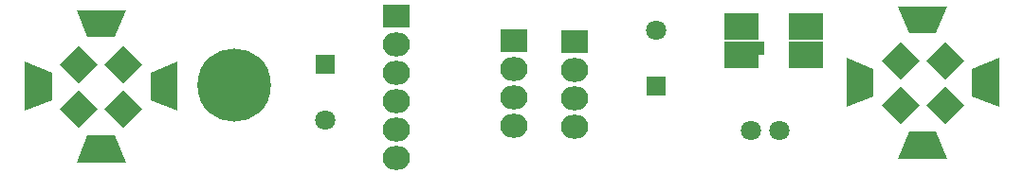
<source format=gbr>
G04 #@! TF.FileFunction,Soldermask,Top*
%FSLAX46Y46*%
G04 Gerber Fmt 4.6, Leading zero omitted, Abs format (unit mm)*
G04 Created by KiCad (PCBNEW 4.0.4-stable) date Monday, October 17, 2016 'PMt' 10:33:17 PM*
%MOMM*%
%LPD*%
G01*
G04 APERTURE LIST*
%ADD10C,0.100000*%
%ADD11C,1.797000*%
%ADD12R,1.800000X1.800000*%
%ADD13C,1.800000*%
%ADD14R,2.432000X2.127200*%
%ADD15O,2.432000X2.127200*%
%ADD16R,3.050000X1.300000*%
%ADD17R,3.600000X1.300000*%
%ADD18C,6.560000*%
G04 APERTURE END LIST*
D10*
D11*
X151030000Y-124900000D03*
X153570000Y-124900000D03*
D12*
X113000000Y-119000000D03*
D13*
X113000000Y-124000000D03*
D14*
X119400000Y-114700000D03*
D15*
X119400000Y-117240000D03*
X119400000Y-119780000D03*
X119400000Y-122320000D03*
X119400000Y-124860000D03*
X119400000Y-127400000D03*
D14*
X129900000Y-116900000D03*
D15*
X129900000Y-119440000D03*
X129900000Y-121980000D03*
X129900000Y-124520000D03*
D12*
X142600000Y-121000000D03*
D13*
X142600000Y-116000000D03*
D14*
X135300000Y-117000000D03*
D15*
X135300000Y-119540000D03*
X135300000Y-122080000D03*
X135300000Y-124620000D03*
D16*
X150150000Y-118800000D03*
D17*
X150425000Y-117550000D03*
D16*
X150150000Y-116250000D03*
X150150000Y-115000000D03*
X155900000Y-118800000D03*
X155900000Y-117550000D03*
X155900000Y-116250000D03*
X155900000Y-115000000D03*
D18*
X104900000Y-120900000D03*
D10*
G36*
X164370000Y-120952944D02*
X166067056Y-122650000D01*
X164370000Y-124347056D01*
X162672944Y-122650000D01*
X164370000Y-120952944D01*
X164370000Y-120952944D01*
G37*
G36*
X166672944Y-122650000D02*
X168370000Y-120952944D01*
X170067056Y-122650000D01*
X168370000Y-124347056D01*
X166672944Y-122650000D01*
X166672944Y-122650000D01*
G37*
G36*
X166067056Y-118650000D02*
X164370000Y-120347056D01*
X162672944Y-118650000D01*
X164370000Y-116952944D01*
X166067056Y-118650000D01*
X166067056Y-118650000D01*
G37*
G36*
X168370000Y-120347056D02*
X166672944Y-118650000D01*
X168370000Y-116952944D01*
X170067056Y-118650000D01*
X168370000Y-120347056D01*
X168370000Y-120347056D01*
G37*
G36*
X159570000Y-122850000D02*
X159570000Y-118450000D01*
X161970000Y-119450000D01*
X161970000Y-121850000D01*
X159570000Y-122850000D01*
X159570000Y-122850000D01*
G37*
G36*
X164170000Y-127450000D02*
X165170000Y-125050000D01*
X167570000Y-125050000D01*
X168570000Y-127450000D01*
X164170000Y-127450000D01*
X164170000Y-127450000D01*
G37*
G36*
X170770000Y-121850000D02*
X170770000Y-119450000D01*
X173170000Y-118450000D01*
X173170000Y-122850000D01*
X170770000Y-121850000D01*
X170770000Y-121850000D01*
G37*
G36*
X165170000Y-116250000D02*
X164170000Y-113850000D01*
X168570000Y-113850000D01*
X167570000Y-116250000D01*
X165170000Y-116250000D01*
X165170000Y-116250000D01*
G37*
G36*
X91000000Y-121302944D02*
X92697056Y-123000000D01*
X91000000Y-124697056D01*
X89302944Y-123000000D01*
X91000000Y-121302944D01*
X91000000Y-121302944D01*
G37*
G36*
X93302944Y-123000000D02*
X95000000Y-121302944D01*
X96697056Y-123000000D01*
X95000000Y-124697056D01*
X93302944Y-123000000D01*
X93302944Y-123000000D01*
G37*
G36*
X92697056Y-119000000D02*
X91000000Y-120697056D01*
X89302944Y-119000000D01*
X91000000Y-117302944D01*
X92697056Y-119000000D01*
X92697056Y-119000000D01*
G37*
G36*
X95000000Y-120697056D02*
X93302944Y-119000000D01*
X95000000Y-117302944D01*
X96697056Y-119000000D01*
X95000000Y-120697056D01*
X95000000Y-120697056D01*
G37*
G36*
X86200000Y-123200000D02*
X86200000Y-118800000D01*
X88600000Y-119800000D01*
X88600000Y-122200000D01*
X86200000Y-123200000D01*
X86200000Y-123200000D01*
G37*
G36*
X90800000Y-127800000D02*
X91800000Y-125400000D01*
X94200000Y-125400000D01*
X95200000Y-127800000D01*
X90800000Y-127800000D01*
X90800000Y-127800000D01*
G37*
G36*
X97400000Y-122200000D02*
X97400000Y-119800000D01*
X99800000Y-118800000D01*
X99800000Y-123200000D01*
X97400000Y-122200000D01*
X97400000Y-122200000D01*
G37*
G36*
X91800000Y-116600000D02*
X90800000Y-114200000D01*
X95200000Y-114200000D01*
X94200000Y-116600000D01*
X91800000Y-116600000D01*
X91800000Y-116600000D01*
G37*
M02*

</source>
